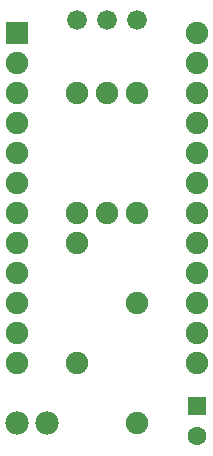
<source format=gtl>
G04 MADE WITH FRITZING*
G04 WWW.FRITZING.ORG*
G04 DOUBLE SIDED*
G04 HOLES PLATED*
G04 CONTOUR ON CENTER OF CONTOUR VECTOR*
%ASAXBY*%
%FSLAX23Y23*%
%MOIN*%
%OFA0B0*%
%SFA1.0B1.0*%
%ADD10C,0.075000*%
%ADD11C,0.066000*%
%ADD12C,0.062992*%
%ADD13C,0.078000*%
%ADD14R,0.075000X0.075000*%
%ADD15R,0.062992X0.062992*%
%LNCOPPER1*%
G90*
G70*
G54D10*
X551Y152D03*
X551Y552D03*
X551Y152D03*
X551Y552D03*
G54D11*
X351Y1494D03*
X451Y1494D03*
X551Y1494D03*
X351Y1494D03*
X451Y1494D03*
X551Y1494D03*
G54D10*
X151Y1452D03*
X751Y1452D03*
X151Y1352D03*
X751Y1352D03*
X151Y1252D03*
X751Y1252D03*
X151Y1152D03*
X751Y1152D03*
X151Y1052D03*
X751Y1052D03*
X151Y952D03*
X751Y952D03*
X151Y852D03*
X751Y852D03*
X151Y752D03*
X751Y752D03*
X151Y652D03*
X751Y652D03*
X151Y552D03*
X751Y552D03*
X151Y452D03*
X751Y452D03*
X151Y352D03*
X751Y352D03*
G54D12*
X751Y207D03*
X751Y109D03*
G54D10*
X351Y352D03*
X351Y752D03*
X351Y352D03*
X351Y752D03*
G54D13*
X251Y152D03*
X151Y152D03*
G54D10*
X551Y1252D03*
X551Y852D03*
X551Y1252D03*
X551Y852D03*
X451Y1252D03*
X451Y852D03*
X451Y1252D03*
X451Y852D03*
X351Y1252D03*
X351Y852D03*
X351Y1252D03*
X351Y852D03*
G54D14*
X151Y1452D03*
G54D15*
X751Y207D03*
G04 End of Copper1*
M02*
</source>
